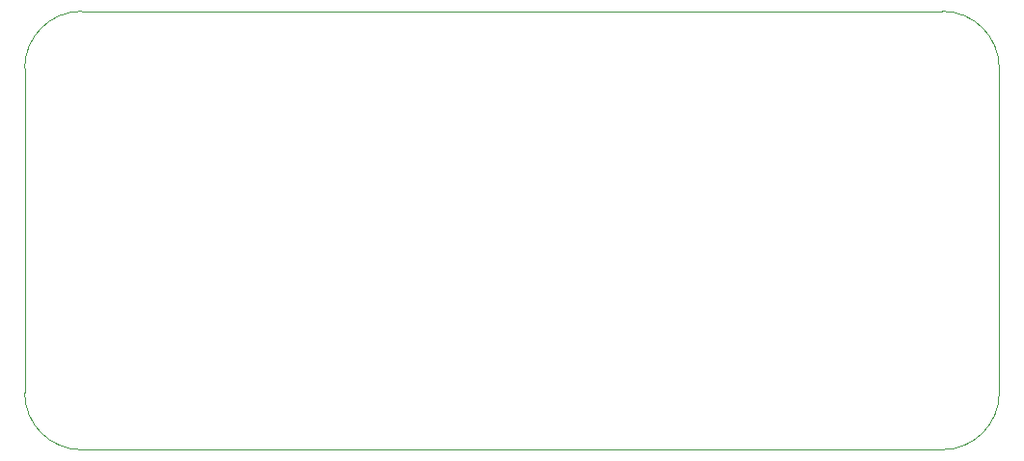
<source format=gbr>
G04 #@! TF.GenerationSoftware,KiCad,Pcbnew,(5.1.0)-1*
G04 #@! TF.CreationDate,2019-04-18T21:07:37-07:00*
G04 #@! TF.ProjectId,PCBv2,50434276-322e-46b6-9963-61645f706362,rev?*
G04 #@! TF.SameCoordinates,Original*
G04 #@! TF.FileFunction,Profile,NP*
%FSLAX46Y46*%
G04 Gerber Fmt 4.6, Leading zero omitted, Abs format (unit mm)*
G04 Created by KiCad (PCBNEW (5.1.0)-1) date 2019-04-18 21:07:37*
%MOMM*%
%LPD*%
G04 APERTURE LIST*
%ADD10C,0.050000*%
G04 APERTURE END LIST*
D10*
X72000000Y-98750000D02*
X147500000Y-98750000D01*
X67000000Y-93750000D02*
X67000000Y-65250000D01*
X72000000Y-98750000D02*
G75*
G02X67000000Y-93750000I0J5000000D01*
G01*
X152500000Y-65250000D02*
X152500000Y-93750000D01*
X72000000Y-60250000D02*
X147500000Y-60250000D01*
X67000000Y-65250000D02*
G75*
G02X72000000Y-60250000I5000000J0D01*
G01*
X152500000Y-93750000D02*
G75*
G02X147500000Y-98750000I-5000000J0D01*
G01*
X147500000Y-60250000D02*
G75*
G02X152500000Y-65250000I0J-5000000D01*
G01*
M02*

</source>
